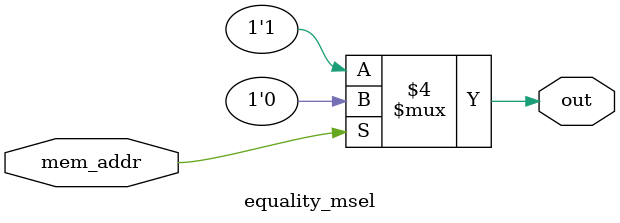
<source format=v>

`define OFF 7'b1111111      //nothing is displayed
`define ZERO 7'b1000000         // 0
`define ONE 7'b1111001          // 1

`define E 7'b0000110
`define R 7'b0101111 
`define O 7'b1000000

// state encoding:
`define RST 5'b00000  // 1st
`define Decode 5'b00001 // 5th
`define GetA 5'b00010
`define GetB 5'b00011
`define GetRd 5'b10111 // load Rd into Register B

`define MOV_Rd_Rm 5'b00100
`define ADD 5'b00101
`define CMP 5'b00110
`define AND 5'b00111 
`define MVN 5'b01000
`define LDR 5'b01001 // LDR branch for loading R[rn] + sx(im5) into register C
`define STR 5'b01010
`define LDR_MEM_DA 5'b01011 // LDR branch for loading R[rn] + sx(im5) into Data Address register
`define LDR_MEM_MDATA 5'b01100 // LDR branch for setting mem_cmd to MREAD and addr_sel to 0 so that mdata gets value from memory
`define LDR_MEM_Rd 5'b01101 // LDR branch for writing M [ R[rn] + sx(im5) ] into Rd

`define STR_MEM_DA 5'b01110 // STR branch for loading R[rn] + sx(im5) into Data Address register
`define STR_MEM_DIN 5'b01111 // STR branch for keeping R[rn] + sx(im5) into Data Address register and changing datapath_out
`define STR_MEM_RAM 5'b10000 // STR branch for loading Rd into address R[rn] + sx(im5) into RAM

`define WriteReg 5'b10001
`define Writelmm 5'b10010

// NEW ADDITIONAL STATES LAB7

`define IF1 5'b10011 // 2nd
`define IF2 5'b10100 // 3rd
`define UpdatePC 5'b10101 // 4th
`define HALT 5'b10110

`define MNONE 2'b00
`define MREAD 2'b01
`define MWRITE 2'b10

module lab7_top(KEY,SW,LEDR,HEX0,HEX1,HEX2,HEX3,HEX4,HEX5);
input [3:0] KEY;
input [9:0] SW;
output [9:0] LEDR;
output [6:0] HEX0, HEX1, HEX2, HEX3, HEX4, HEX5;

// // wires
wire clk = ~KEY[0];
wire reset = ~KEY[1];

// // assigning wires
// assign clk = ~KEY[0];
// assign reset = ~KEY[1];

//NOTE: I THINK WE NEED TO MAKE A MODULE SO THAT THE DECLRATIONS CAN BE WIRES

// wire [15:0] read_data; // 16 bits wide
// wire [15:0] write_dSata; // 16 bits wide
// reg [8:0] mem_addr; // 9 bits wide
// reg [1:0] mem_cmd; // 2 bits wide
// wire N, V, Z;

// reg mem_cmd_read;
// reg mem_cmd_write;
// reg msel;

// reg enable; // for the tri-state
// reg write; // for write input to RAM

// wire [15:0] dout; // output from RAM into tri-state


wire [15:0] read_data; // 16 bits wide
wire [15:0] write_data; // 16 bits wide
wire [8:0] mem_addr; // 9 bits wide
wire [1:0] mem_cmd; // 2 bits wide
wire N, V, Z;

wire mem_cmd_read; // wire coming out of AND gate
wire mem_cmd_write; // wire coming out of AND gate
wire msel; // wire coming out of AND gate

wire enable; // for the tri-state
wire write; // for write input to RAM

wire [15:0] dout; // output from RAM into tri-state


// instantiations + combinational: 

// cpu module
cpu CPU(.clk(clk),.reset(reset),.read_data(read_data),.write_data(write_data),.mem_addr(mem_addr),.mem_cmd(mem_cmd),.N(N),.V(V),.Z(Z));

// instantiations for RAM:
equality_MWRITE_MREAD MWRITE(mem_cmd, `MWRITE, mem_cmd_write); // checking if equal
equality_MWRITE_MREAD MREAD(mem_cmd, `MREAD, mem_cmd_read); // checking if equal
equality_msel mselect(mem_addr[8],msel); // checking if equal

// always @(*) begin // equal to sign for MREAD
//     if ( mem_cmd == `MREAD) begin
//         mem_cmd_read = 1'b1;
//     end else begin
//         mem_cmd_read = 1'b0;
//     end
// end

// always @(*) begin // equal to sign for MWRITE
//     if ( mem_cmd == `MWRITE) begin
//         mem_cmd_write = 1'b1;
//     end else begin
//         mem_cmd_write = 1'b0;
//     end
// end

// always @(*) begin // equal to sign for msel
//     if (mem_addr[8:8] == 1'b0) begin
//         msel = 1'b1;
//     end else begin
//         msel = 1'b0;
//     end
// end

// anded READ(mem_cmd_read, msel, enable);

// anded WRITE(mem_cmd_write, msel, write);

// always @(*) begin
//     enable = mem_cmd_read & msel;
//     write = mem_cmd_write & msel;
// end

// RAM combinational:
assign write = mem_cmd_write & msel; // wire coming out of AND gate

assign read_data = (mem_cmd_read & msel) ? dout : {16{1'bz}}; // tristate

// RAM instantiation
RAM MEM(.clk(~KEY[0]),.read_address(mem_addr[7:0]),.write_address(mem_addr[7:0]),.write(write),.din(write_data),.dout(dout));

// STAGE 3 Combinational/Instantiations:

wire swcomb_out; // wire coming out of combinational circuit

wire ledscomb_out; // wire coming out of combinational circuit

// combinational instantiation
SWITCHES SWCOMB(.mem_cmd(mem_cmd),.mem_addr(mem_addr),.out(swcomb_out));

// assign read_data = swcomb_out ? {8'h00,SW[7:0]} : {16{1'bz}};

assign read_data[15:8] = swcomb_out ? 8'h00 : {8{1'bz}}; // tristate
assign read_data[7:0] = swcomb_out ? SW[7:0] : {8{1'bz}}; // tristate

// combinational instantiation
LEDS LEDSCOMB(.mem_cmd(mem_cmd),.mem_addr(mem_addr),.out(ledscomb_out));

// register instantiation
registerCPU #(8) LEDREG(write_data[7:0],ledscomb_out,clk,LEDR[7:0]);

// DISPLAY HD(HEX5,HEX4,HEX3,HEX2,HEX1,HEX0);

endmodule


// MODULE DECLARIATIONS:    

// To ensure Quartus uses the embedded MLAB memory blocks inside the Cyclone
// V on your DE1-SoC we follow the coding style from in Altera's Quartus II
// Handbook (QII5V1 2015.05.04) in Chapter 12, “Recommended HDL Coding Style”
//
// 1. "Example 12-11: Verilog Single Clock Simple Dual-Port Synchronous RAM 
//     with Old Data Read-During-Write Behavior" 
// 2. "Example 12-29: Verilog HDL RAM Initialized with the readmemb Command"

module RAM(clk,read_address,write_address,write,din,dout);
  parameter data_width = 16; 
  parameter addr_width = 8;
  parameter filename = "data.txt"; // will need to change to data_DE1 for our own DE1 demonstration

  input clk;
  input [addr_width-1:0] read_address, write_address;
  input write;
  input [data_width-1:0] din;
  output [data_width-1:0] dout;
  reg [data_width-1:0] dout;

  reg [data_width-1:0] mem [2**addr_width-1:0];

  initial $readmemb(filename, mem);

  always @ (posedge clk) begin
    if (write)
      mem[write_address] <= din;
    dout <= mem[read_address]; // dout doesn't get din in this clock cycle 
                               // (this is due to Verilog non-blocking assignment "<=")
  end 
endmodule

// STAGE 3 modules:

// module for switches:

module SWITCHES(mem_cmd, mem_addr, out);

input [1:0] mem_cmd;
input [8:0] mem_addr;

output reg out;

always @(*) begin // out = 1'b1 if mem_cmd == `MREAD && mem_addr == 9'h140
    if (mem_cmd == `MREAD && mem_addr == 9'h140) begin
        out = 1'b1;
    end
    else begin
        out = 1'b0;
    end
end

endmodule


module LEDS(mem_cmd, mem_addr, out);

input [1:0] mem_cmd;
input [8:0] mem_addr;

output reg out;

always @(*) begin // out = 1'b1 if mem_cmd == `MWRITE && mem_addr == 9'h100
    if (mem_cmd == `MWRITE && mem_addr == 9'h100) begin
        out = 1'b1;
    end
    else begin
        out = 1'b0;
    end
end

endmodule




// module for equal comparisons

module equality_MWRITE_MREAD(mem_cmd, comparison, out);

input [1:0] mem_cmd;
input [1:0] comparison; // will be either MWRITE or MREAD 
output reg out;
always @(*) begin
    if (mem_cmd == comparison) begin
        out = 1'b1;
    end
    else begin
        out = 1'b0;
    end 
end


endmodule


module equality_msel(mem_addr,out);

input mem_addr; // left most bit of mem_addr
output reg out;

always @(*) begin
    if (mem_addr == 1'b0) begin
        out = 1'b1;
    end
    else begin
        out = 1'b0;
    end    
end

endmodule


// module DISPLAY(HEX5,HEX4,HEX3,HEX2,HEX1,HEX0);

// output reg [6:0] HEX0, HEX1, HEX2, HEX3, HEX4, HEX5;


// always @(*) begin
//     case(lab7_top.CPU.SM.state)
//     `RST:{HEX5,HEX4,HEX3,HEX2,HEX1,HEX0} = {`OFF,`ZERO,`ZERO,`ZERO,`ZERO,`ZERO};
//     `Decode:{HEX5,HEX4,HEX3,HEX2,HEX1,HEX0} = {`OFF,`ZERO,`ZERO,`ZERO,`ZERO,`ONE};
//     `GetA:{HEX5,HEX4,HEX3,HEX2,HEX1,HEX0} = {`OFF,`ZERO,`ZERO,`ZERO,`ONE,`ZERO};
//     `GetB:{HEX5,HEX4,HEX3,HEX2,HEX1,HEX0} = {`OFF,`ZERO,`ZERO,`ZERO,`ONE,`ONE};
//     `GetRd:{HEX5,HEX4,HEX3,HEX2,HEX1,HEX0} = {`OFF,`ONE,`ZERO,`ONE,`ONE,`ONE};
//     `MOV_Rd_Rm:{HEX5,HEX4,HEX3,HEX2,HEX1,HEX0} = {`OFF,`ZERO,`ZERO,`ONE,`ZERO,`ZERO};
//     `ADD:{HEX5,HEX4,HEX3,HEX2,HEX1,HEX0} = {`OFF,`ZERO,`ZERO,`ONE,`ZERO,`ONE};
//     `CMP:{HEX5,HEX4,HEX3,HEX2,HEX1,HEX0} = {`OFF,`ZERO,`ZERO,`ONE,`ONE,`ZERO};
//     `AND:{HEX5,HEX4,HEX3,HEX2,HEX1,HEX0} = {`OFF,`ZERO,`ZERO,`ONE,`ONE,`ONE};
//     `MVN:{HEX5,HEX4,HEX3,HEX2,HEX1,HEX0} = {`OFF,`ZERO,`ONE,`ZERO,`ZERO,`ZERO};
//     `LDR:{HEX5,HEX4,HEX3,HEX2,HEX1,HEX0} = {`OFF,`ZERO,`ONE,`ZERO,`ZERO,`ONE};
//     `STR:{HEX5,HEX4,HEX3,HEX2,HEX1,HEX0} = {`OFF,`ZERO,`ONE,`ZERO,`ONE,`ZERO};
//     `LDR_MEM_DA:{HEX5,HEX4,HEX3,HEX2,HEX1,HEX0} = {`OFF,`ZERO,`ONE,`ZERO,`ONE,`ONE};
//     `LDR_MEM_MDATA:{HEX5,HEX4,HEX3,HEX2,HEX1,HEX0} = {`OFF,`ZERO,`ONE,`ONE,`ZERO,`ZERO};
//     `LDR_MEM_Rd:{HEX5,HEX4,HEX3,HEX2,HEX1,HEX0} = {`OFF,`ZERO,`ONE,`ONE,`ZERO,`ONE};
//     `STR_MEM_DA:{HEX5,HEX4,HEX3,HEX2,HEX1,HEX0} = {`OFF,`ZERO,`ONE,`ONE,`ONE,`ZERO};
//     `STR_MEM_DIN:{HEX5,HEX4,HEX3,HEX2,HEX1,HEX0} = {`OFF,`ZERO,`ONE,`ONE,`ONE,`ONE};
//     `STR_MEM_RAM:{HEX5,HEX4,HEX3,HEX2,HEX1,HEX0} = {`OFF,`ONE,`ZERO,`ZERO,`ZERO,`ZERO};
//     `WriteReg:{HEX5,HEX4,HEX3,HEX2,HEX1,HEX0} = {`OFF,`ONE,`ZERO,`ZERO,`ZERO,`ONE};
//     `Writelmm:{HEX5,HEX4,HEX3,HEX2,HEX1,HEX0} = {`OFF,`ONE,`ZERO,`ZERO,`ONE,`ZERO};
//     `IF1:{HEX5,HEX4,HEX3,HEX2,HEX1,HEX0} = {`OFF,`ONE,`ZERO,`ZERO,`ONE,`ONE};
//     `IF2:{HEX5,HEX4,HEX3,HEX2,HEX1,HEX0} = {`OFF,`ONE,`ZERO,`ONE,`ZERO,`ZERO};
//     `UpdatePC:{HEX5,HEX4,HEX3,HEX2,HEX1,HEX0} = {`OFF,`ONE,`ZERO,`ONE,`ZERO,`ONE};
//     `HALT:{HEX5,HEX4,HEX3,HEX2,HEX1,HEX0} = {`OFF,`ONE,`ZERO,`ONE,`ONE,`ZERO};
//     default: {HEX5,HEX4,HEX3,HEX2,HEX1,HEX0} = {`OFF,`E,`R,`R,`O,`R};
//     endcase    

// end

// endmodule


</source>
